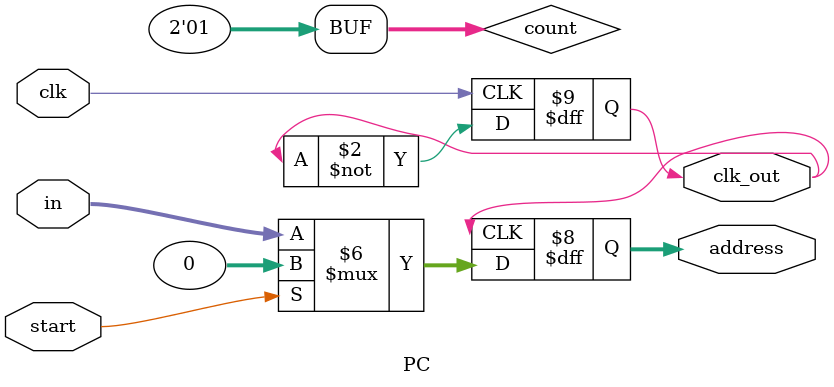
<source format=v>
module PC(in, address, start,clk,clk_out);
input [31:0] in; 
input start,clk;
output reg [31:0] address;
output reg clk_out;
reg [1:0]count;
initial begin 
count=2'b01;
clk_out=0;
end        

always @(posedge clk) begin
		  
        
            clk_out <= ~clk_out;  // Toggle clk_out when counter reaches 1

		  
    end
always @(posedge clk_out)
begin
	if (start) address=32'b0;
	else address =in;
end
endmodule 
</source>
